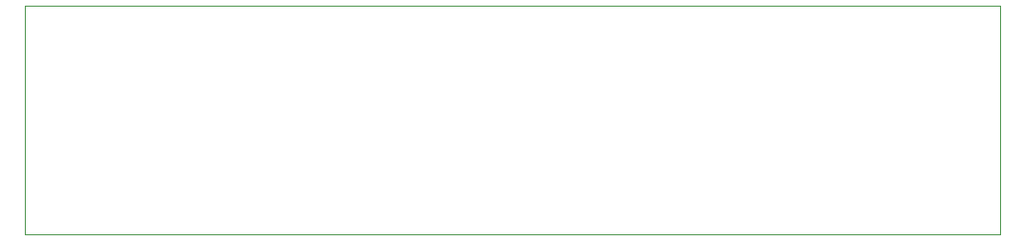
<source format=gbr>
G04 #@! TF.GenerationSoftware,KiCad,Pcbnew,(5.1.2-1)-1*
G04 #@! TF.CreationDate,2019-08-21T10:56:27-07:00*
G04 #@! TF.ProjectId,AS3360_VCA,41533333-3630-45f5-9643-412e6b696361,rev?*
G04 #@! TF.SameCoordinates,Original*
G04 #@! TF.FileFunction,Profile,NP*
%FSLAX46Y46*%
G04 Gerber Fmt 4.6, Leading zero omitted, Abs format (unit mm)*
G04 Created by KiCad (PCBNEW (5.1.2-1)-1) date 2019-08-21 10:56:27*
%MOMM*%
%LPD*%
G04 APERTURE LIST*
%ADD10C,0.050000*%
G04 APERTURE END LIST*
D10*
X137160000Y-110490000D02*
X50800000Y-110490000D01*
X137160000Y-90170000D02*
X137160000Y-110490000D01*
X50800000Y-90170000D02*
X137160000Y-90170000D01*
X50800000Y-110490000D02*
X50800000Y-90170000D01*
M02*

</source>
